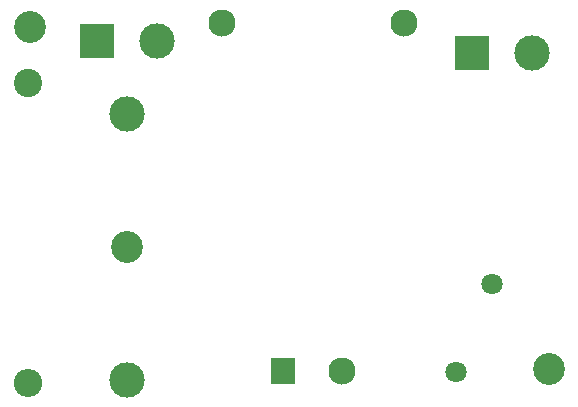
<source format=gbs>
G04 #@! TF.GenerationSoftware,KiCad,Pcbnew,5.1.12-84ad8e8a86~92~ubuntu20.04.1*
G04 #@! TF.CreationDate,2022-01-09T16:37:58+01:00*
G04 #@! TF.ProjectId,hlk-pm-pcb,686c6b2d-706d-42d7-9063-622e6b696361,1.0*
G04 #@! TF.SameCoordinates,Original*
G04 #@! TF.FileFunction,Soldermask,Bot*
G04 #@! TF.FilePolarity,Negative*
%FSLAX46Y46*%
G04 Gerber Fmt 4.6, Leading zero omitted, Abs format (unit mm)*
G04 Created by KiCad (PCBNEW 5.1.12-84ad8e8a86~92~ubuntu20.04.1) date 2022-01-09 16:37:58*
%MOMM*%
%LPD*%
G01*
G04 APERTURE LIST*
%ADD10C,2.700000*%
%ADD11O,2.400000X2.400000*%
%ADD12C,2.400000*%
%ADD13C,1.800000*%
%ADD14C,2.300000*%
%ADD15R,2.000000X2.300000*%
%ADD16C,3.000000*%
%ADD17R,3.000000X3.000000*%
G04 APERTURE END LIST*
D10*
X133477000Y-86487000D03*
X89535000Y-57531000D03*
D11*
X89408000Y-87630000D03*
D12*
X89408000Y-62230000D03*
D13*
X125651000Y-86748000D03*
X128651000Y-79248000D03*
D14*
X121198000Y-57214000D03*
X115998000Y-86614000D03*
D15*
X110998000Y-86614000D03*
D14*
X105798000Y-57214000D03*
D16*
X132080000Y-59690000D03*
D17*
X127000000Y-59690000D03*
D16*
X100330000Y-58674000D03*
D17*
X95250000Y-58674000D03*
D10*
X97790000Y-76126000D03*
D16*
X97790000Y-64876000D03*
X97790000Y-87376000D03*
M02*

</source>
